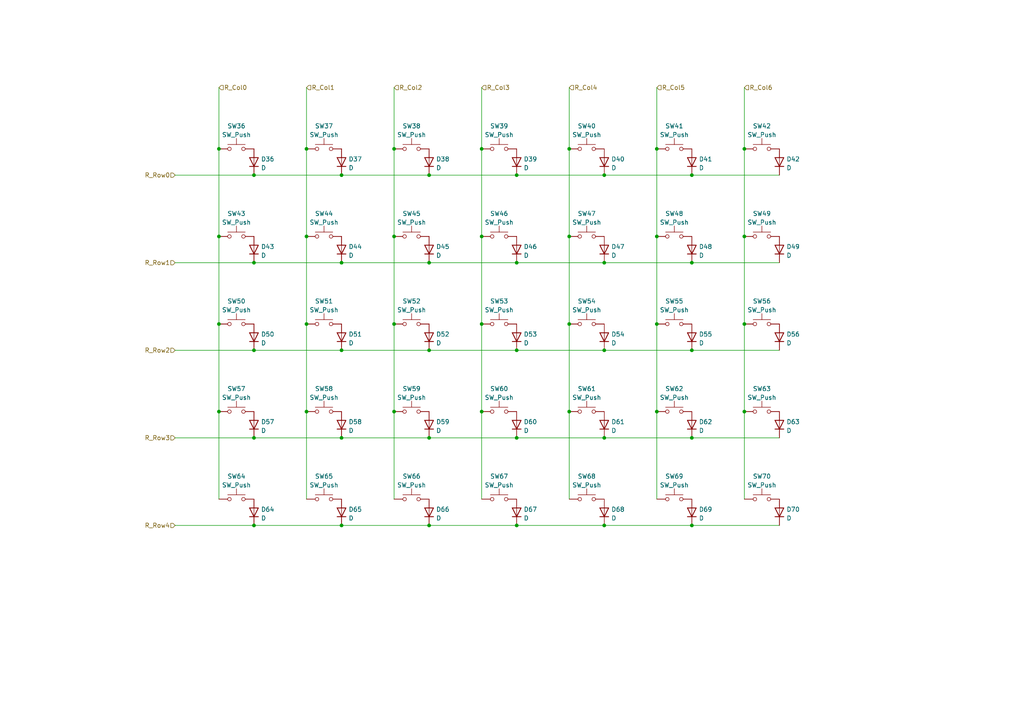
<source format=kicad_sch>
(kicad_sch (version 20211123) (generator eeschema)
  (paper "A4")
  (lib_symbols
    (symbol "Device:D" (pin_numbers hide) (pin_names (offset 1.016) hide)
      (property "Reference" "D" (at 0 2.54 0))
      (property "Value" "D" (at 0 -2.54 0))
      (symbol "D_0_1"
        (polyline (pts (xy -1.27 1.27) (xy -1.27 -1.27)) (stroke (width 0.254)))
        (polyline (pts (xy 1.27 0) (xy -1.27 0)))
        (polyline (pts (xy 1.27 1.27) (xy 1.27 -1.27) (xy -1.27 0) (xy 1.27 1.27)) (stroke (width 0.254)))
      )
      (symbol "D_1_1"
        (pin passive line (at -3.81 0 0) (length 2.54) (name "K") (number "1"))
        (pin passive line (at 3.81 0 180) (length 2.54) (name "A") (number "2"))
      )
    )
    (symbol "Switch:SW_Push" (pin_numbers hide) (pin_names (offset 1.016) hide)
      (property "Reference" "SW" (at 1.27 2.54 0))
      (property "Value" "SW_Push" (at 0 -1.524 0))
      (symbol "SW_Push_0_1"
        (circle (center -2.032 0) (radius 0.508))
        (polyline (pts (xy 0 1.27) (xy 0 3.048)))
        (polyline (pts (xy 2.54 1.27) (xy -2.54 1.27)))
        (circle (center 2.032 0) (radius 0.508))
        (pin passive line (at -5.08 0 0) (length 2.54) (name "1") (number "1"))
        (pin passive line (at 5.08 0 180) (length 2.54) (name "2") (number "2"))
      )
    )
  )
  (junction (at 165.1 93.98))
  (junction (at 200.66 101.6))
  (junction (at 88.9 119.38))
  (junction (at 215.9 43.18))
  (junction (at 99.06 152.4))
  (junction (at 124.46 76.2))
  (junction (at 139.7 68.58))
  (junction (at 88.9 93.98))
  (junction (at 73.66 50.8))
  (junction (at 165.1 43.18))
  (junction (at 114.3 43.18))
  (junction (at 190.5 93.98))
  (junction (at 149.86 76.2))
  (junction (at 114.3 119.38))
  (junction (at 124.46 50.8))
  (junction (at 200.66 127))
  (junction (at 149.86 152.4))
  (junction (at 190.5 43.18))
  (junction (at 165.1 119.38))
  (junction (at 149.86 127))
  (junction (at 139.7 119.38))
  (junction (at 99.06 101.6))
  (junction (at 139.7 93.98))
  (junction (at 215.9 93.98))
  (junction (at 200.66 76.2))
  (junction (at 149.86 50.8))
  (junction (at 88.9 68.58))
  (junction (at 139.7 43.18))
  (junction (at 114.3 93.98))
  (junction (at 99.06 127))
  (junction (at 200.66 50.8))
  (junction (at 73.66 127))
  (junction (at 215.9 68.58))
  (junction (at 149.86 101.6))
  (junction (at 63.5 119.38))
  (junction (at 124.46 127))
  (junction (at 73.66 101.6))
  (junction (at 99.06 76.2))
  (junction (at 190.5 68.58))
  (junction (at 175.26 152.4))
  (junction (at 200.66 152.4))
  (junction (at 99.06 50.8))
  (junction (at 124.46 101.6))
  (junction (at 63.5 43.18))
  (junction (at 124.46 152.4))
  (junction (at 175.26 76.2))
  (junction (at 175.26 127))
  (junction (at 73.66 76.2))
  (junction (at 175.26 50.8))
  (junction (at 114.3 68.58))
  (junction (at 175.26 101.6))
  (junction (at 63.5 68.58))
  (junction (at 63.5 93.98))
  (junction (at 190.5 119.38))
  (junction (at 215.9 119.38))
  (junction (at 165.1 68.58))
  (junction (at 88.9 43.18))
  (junction (at 73.66 152.4))
  (wire (pts (xy 88.9 25.4) (xy 88.9 43.18)))
  (wire (pts (xy 165.1 93.98) (xy 165.1 119.38)))
  (wire (pts (xy 63.5 43.18) (xy 63.5 68.58)))
  (wire (pts (xy 114.3 68.58) (xy 114.3 93.98)))
  (wire (pts (xy 215.9 68.58) (xy 215.9 93.98)))
  (wire (pts (xy 165.1 43.18) (xy 165.1 68.58)))
  (wire (pts (xy 114.3 25.4) (xy 114.3 43.18)))
  (wire (pts (xy 63.5 68.58) (xy 63.5 93.98)))
  (wire (pts (xy 165.1 25.4) (xy 165.1 43.18)))
  (wire (pts (xy 124.46 76.2) (xy 149.86 76.2)))
  (wire (pts (xy 215.9 25.4) (xy 215.9 43.18)))
  (wire (pts (xy 139.7 43.18) (xy 139.7 68.58)))
  (wire (pts (xy 88.9 43.18) (xy 88.9 68.58)))
  (wire (pts (xy 50.8 76.2) (xy 73.66 76.2)))
  (wire (pts (xy 50.8 50.8) (xy 73.66 50.8)))
  (wire (pts (xy 215.9 93.98) (xy 215.9 119.38)))
  (wire (pts (xy 124.46 127) (xy 149.86 127)))
  (wire (pts (xy 114.3 93.98) (xy 114.3 119.38)))
  (wire (pts (xy 99.06 152.4) (xy 124.46 152.4)))
  (wire (pts (xy 175.26 152.4) (xy 200.66 152.4)))
  (wire (pts (xy 99.06 50.8) (xy 124.46 50.8)))
  (wire (pts (xy 139.7 68.58) (xy 139.7 93.98)))
  (wire (pts (xy 99.06 76.2) (xy 124.46 76.2)))
  (wire (pts (xy 200.66 101.6) (xy 226.06 101.6)))
  (wire (pts (xy 149.86 127) (xy 175.26 127)))
  (wire (pts (xy 175.26 127) (xy 200.66 127)))
  (wire (pts (xy 88.9 119.38) (xy 88.9 144.78)))
  (wire (pts (xy 200.66 50.8) (xy 226.06 50.8)))
  (wire (pts (xy 139.7 25.4) (xy 139.7 43.18)))
  (wire (pts (xy 165.1 68.58) (xy 165.1 93.98)))
  (wire (pts (xy 200.66 127) (xy 226.06 127)))
  (wire (pts (xy 165.1 119.38) (xy 165.1 144.78)))
  (wire (pts (xy 175.26 76.2) (xy 200.66 76.2)))
  (wire (pts (xy 200.66 76.2) (xy 226.06 76.2)))
  (wire (pts (xy 149.86 76.2) (xy 175.26 76.2)))
  (wire (pts (xy 73.66 50.8) (xy 99.06 50.8)))
  (wire (pts (xy 124.46 101.6) (xy 149.86 101.6)))
  (wire (pts (xy 73.66 127) (xy 99.06 127)))
  (wire (pts (xy 190.5 119.38) (xy 190.5 144.78)))
  (wire (pts (xy 149.86 50.8) (xy 175.26 50.8)))
  (wire (pts (xy 190.5 68.58) (xy 190.5 93.98)))
  (wire (pts (xy 175.26 101.6) (xy 200.66 101.6)))
  (wire (pts (xy 63.5 25.4) (xy 63.5 43.18)))
  (wire (pts (xy 124.46 50.8) (xy 149.86 50.8)))
  (wire (pts (xy 73.66 152.4) (xy 99.06 152.4)))
  (wire (pts (xy 63.5 119.38) (xy 63.5 144.78)))
  (wire (pts (xy 139.7 119.38) (xy 139.7 144.78)))
  (wire (pts (xy 63.5 93.98) (xy 63.5 119.38)))
  (wire (pts (xy 190.5 25.4) (xy 190.5 43.18)))
  (wire (pts (xy 88.9 93.98) (xy 88.9 119.38)))
  (wire (pts (xy 114.3 119.38) (xy 114.3 144.78)))
  (wire (pts (xy 73.66 101.6) (xy 99.06 101.6)))
  (wire (pts (xy 50.8 152.4) (xy 73.66 152.4)))
  (wire (pts (xy 114.3 43.18) (xy 114.3 68.58)))
  (wire (pts (xy 99.06 127) (xy 124.46 127)))
  (wire (pts (xy 124.46 152.4) (xy 149.86 152.4)))
  (wire (pts (xy 149.86 152.4) (xy 175.26 152.4)))
  (wire (pts (xy 149.86 101.6) (xy 175.26 101.6)))
  (wire (pts (xy 200.66 152.4) (xy 226.06 152.4)))
  (wire (pts (xy 99.06 101.6) (xy 124.46 101.6)))
  (wire (pts (xy 175.26 50.8) (xy 200.66 50.8)))
  (wire (pts (xy 190.5 43.18) (xy 190.5 68.58)))
  (wire (pts (xy 50.8 127) (xy 73.66 127)))
  (wire (pts (xy 215.9 119.38) (xy 215.9 144.78)))
  (wire (pts (xy 73.66 76.2) (xy 99.06 76.2)))
  (wire (pts (xy 88.9 68.58) (xy 88.9 93.98)))
  (wire (pts (xy 50.8 101.6) (xy 73.66 101.6)))
  (wire (pts (xy 139.7 93.98) (xy 139.7 119.38)))
  (wire (pts (xy 190.5 93.98) (xy 190.5 119.38)))
  (wire (pts (xy 215.9 43.18) (xy 215.9 68.58)))
  (hierarchical_label "R_Col0" (shape input) (at 63.5 25.4 0))
  (hierarchical_label "R_Col1" (shape input) (at 88.9 25.4 0))
  (hierarchical_label "R_Row1" (shape input) (at 50.8 76.2 180))
  (hierarchical_label "R_Row3" (shape input) (at 50.8 127 180))
  (hierarchical_label "R_Row0" (shape input) (at 50.8 50.8 180))
  (hierarchical_label "R_Col5" (shape input) (at 190.5 25.4 0))
  (hierarchical_label "R_Row2" (shape input) (at 50.8 101.6 180))
  (hierarchical_label "R_Col6" (shape input) (at 215.9 25.4 0))
  (hierarchical_label "R_Col4" (shape input) (at 165.1 25.4 0))
  (hierarchical_label "R_Col3" (shape input) (at 139.7 25.4 0))
  (hierarchical_label "R_Row4" (shape input) (at 50.8 152.4 180))
  (hierarchical_label "R_Col2" (shape input) (at 114.3 25.4 0))
  (symbol (lib_id "Switch:SW_Push") (at 119.38 93.98 0) (unit 1)
    (property "Reference" "SW52" (at 119.38 87.3592 0))
    (property "Value" "SW_Push" (at 119.38 89.8961 0))
    (property "Footprint" "footprint:CherryMX_Hotswap" (effects hide))
  )
  (symbol (lib_id "Device:D") (at 226.06 97.79 90) (unit 1)
    (property "Reference" "D56" (at 228.092 96.9553 90) (effects (justify right)))
    (property "Value" "D" (at 228.092 99.4922 90) (effects (justify right)))
    (property "Footprint" "footprint:D3_TH_SMD_orig" (effects hide))
  )
  (symbol (lib_id "Switch:SW_Push") (at 68.58 119.38 0) (unit 1)
    (property "Reference" "SW57" (at 68.58 112.7592 0))
    (property "Value" "SW_Push" (at 68.58 115.2961 0))
    (property "Footprint" "footprint:CherryMX_Hotswap" (effects hide))
  )
  (symbol (lib_id "Switch:SW_Push") (at 170.18 119.38 0) (unit 1)
    (property "Reference" "SW61" (at 170.18 112.7592 0))
    (property "Value" "SW_Push" (at 170.18 115.2961 0))
    (property "Footprint" "footprint:CherryMX_Hotswap" (effects hide))
  )
  (symbol (lib_id "Switch:SW_Push") (at 93.98 43.18 0) (unit 1)
    (property "Reference" "SW37" (at 93.98 36.5592 0))
    (property "Value" "SW_Push" (at 93.98 39.0961 0))
    (property "Footprint" "footprint:CherryMX_Hotswap" (effects hide))
  )
  (symbol (lib_id "Switch:SW_Push") (at 144.78 119.38 0) (unit 1)
    (property "Reference" "SW60" (at 144.78 112.7592 0))
    (property "Value" "SW_Push" (at 144.78 115.2961 0))
    (property "Footprint" "footprint:CherryMX_Hotswap" (effects hide))
  )
  (symbol (lib_id "Switch:SW_Push") (at 93.98 144.78 0) (unit 1)
    (property "Reference" "SW65" (at 93.98 138.1592 0))
    (property "Value" "SW_Push" (at 93.98 140.6961 0))
    (property "Footprint" "footprint:CherryMX_Hotswap" (effects hide))
  )
  (symbol (lib_id "Switch:SW_Push") (at 170.18 144.78 0) (unit 1)
    (property "Reference" "SW68" (at 170.18 138.1592 0))
    (property "Value" "SW_Push" (at 170.18 140.6961 0))
    (property "Footprint" "footprint:CherryMX_Hotswap" (effects hide))
  )
  (symbol (lib_id "Device:D") (at 99.06 123.19 90) (unit 1)
    (property "Reference" "D58" (at 101.092 122.3553 90) (effects (justify right)))
    (property "Value" "D" (at 101.092 124.8922 90) (effects (justify right)))
    (property "Footprint" "footprint:D3_TH_SMD_orig" (effects hide))
  )
  (symbol (lib_id "Switch:SW_Push") (at 93.98 93.98 0) (unit 1)
    (property "Reference" "SW51" (at 93.98 87.3592 0))
    (property "Value" "SW_Push" (at 93.98 89.8961 0))
    (property "Footprint" "footprint:CherryMX_Hotswap" (effects hide))
  )
  (symbol (lib_id "Switch:SW_Push") (at 119.38 144.78 0) (unit 1)
    (property "Reference" "SW66" (at 119.38 138.1592 0))
    (property "Value" "SW_Push" (at 119.38 140.6961 0))
    (property "Footprint" "footprint:CherryMX_Hotswap" (effects hide))
  )
  (symbol (lib_id "Device:D") (at 226.06 123.19 90) (unit 1)
    (property "Reference" "D63" (at 228.092 122.3553 90) (effects (justify right)))
    (property "Value" "D" (at 228.092 124.8922 90) (effects (justify right)))
    (property "Footprint" "footprint:D3_TH_SMD_orig" (effects hide))
  )
  (symbol (lib_id "Device:D") (at 149.86 97.79 90) (unit 1)
    (property "Reference" "D53" (at 151.892 96.9553 90) (effects (justify right)))
    (property "Value" "D" (at 151.892 99.4922 90) (effects (justify right)))
    (property "Footprint" "footprint:D3_TH_SMD_orig" (effects hide))
  )
  (symbol (lib_id "Device:D") (at 200.66 46.99 90) (unit 1)
    (property "Reference" "D41" (at 202.692 46.1553 90) (effects (justify right)))
    (property "Value" "D" (at 202.692 48.6922 90) (effects (justify right)))
    (property "Footprint" "footprint:D3_TH_SMD_orig" (effects hide))
  )
  (symbol (lib_id "Device:D") (at 73.66 72.39 90) (unit 1)
    (property "Reference" "D43" (at 75.692 71.5553 90) (effects (justify right)))
    (property "Value" "D" (at 75.692 74.0922 90) (effects (justify right)))
    (property "Footprint" "footprint:D3_TH_SMD_orig" (effects hide))
  )
  (symbol (lib_id "Device:D") (at 73.66 148.59 90) (unit 1)
    (property "Reference" "D64" (at 75.692 147.7553 90) (effects (justify right)))
    (property "Value" "D" (at 75.692 150.2922 90) (effects (justify right)))
    (property "Footprint" "footprint:D3_TH_SMD_orig" (effects hide))
  )
  (symbol (lib_id "Device:D") (at 99.06 72.39 90) (unit 1)
    (property "Reference" "D44" (at 101.092 71.5553 90) (effects (justify right)))
    (property "Value" "D" (at 101.092 74.0922 90) (effects (justify right)))
    (property "Footprint" "footprint:D3_TH_SMD_orig" (effects hide))
  )
  (symbol (lib_id "Switch:SW_Push") (at 220.98 43.18 0) (unit 1)
    (property "Reference" "SW42" (at 220.98 36.5592 0))
    (property "Value" "SW_Push" (at 220.98 39.0961 0))
    (property "Footprint" "footprint:CherryMX_Hotswap" (effects hide))
  )
  (symbol (lib_id "Device:D") (at 175.26 148.59 90) (unit 1)
    (property "Reference" "D68" (at 177.292 147.7553 90) (effects (justify right)))
    (property "Value" "D" (at 177.292 150.2922 90) (effects (justify right)))
    (property "Footprint" "footprint:D3_TH_SMD_orig" (effects hide))
  )
  (symbol (lib_id "Switch:SW_Push") (at 220.98 144.78 0) (unit 1)
    (property "Reference" "SW70" (at 220.98 138.1592 0))
    (property "Value" "SW_Push" (at 220.98 140.6961 0))
    (property "Footprint" "footprint:CherryMX_Hotswap" (effects hide))
  )
  (symbol (lib_id "Switch:SW_Push") (at 68.58 43.18 0) (unit 1)
    (property "Reference" "SW36" (at 68.58 36.5592 0))
    (property "Value" "SW_Push" (at 68.58 39.0961 0))
    (property "Footprint" "footprint:CherryMX_Hotswap" (effects hide))
  )
  (symbol (lib_id "Switch:SW_Push") (at 170.18 93.98 0) (unit 1)
    (property "Reference" "SW54" (at 170.18 87.3592 0))
    (property "Value" "SW_Push" (at 170.18 89.8961 0))
    (property "Footprint" "footprint:CherryMX_Hotswap" (effects hide))
  )
  (symbol (lib_id "Switch:SW_Push") (at 144.78 144.78 0) (unit 1)
    (property "Reference" "SW67" (at 144.78 138.1592 0))
    (property "Value" "SW_Push" (at 144.78 140.6961 0))
    (property "Footprint" "footprint:CherryMX_Hotswap" (effects hide))
  )
  (symbol (lib_id "Device:D") (at 226.06 148.59 90) (unit 1)
    (property "Reference" "D70" (at 228.092 147.7553 90) (effects (justify right)))
    (property "Value" "D" (at 228.092 150.2922 90) (effects (justify right)))
    (property "Footprint" "footprint:D3_TH_SMD_orig" (effects hide))
  )
  (symbol (lib_id "Device:D") (at 149.86 148.59 90) (unit 1)
    (property "Reference" "D67" (at 151.892 147.7553 90) (effects (justify right)))
    (property "Value" "D" (at 151.892 150.2922 90) (effects (justify right)))
    (property "Footprint" "footprint:D3_TH_SMD_orig" (effects hide))
  )
  (symbol (lib_id "Switch:SW_Push") (at 220.98 68.58 0) (unit 1)
    (property "Reference" "SW49" (at 220.98 61.9592 0))
    (property "Value" "SW_Push" (at 220.98 64.4961 0))
    (property "Footprint" "footprint:CherryMX_Hotswap" (effects hide))
  )
  (symbol (lib_id "Device:D") (at 149.86 72.39 90) (unit 1)
    (property "Reference" "D46" (at 151.892 71.5553 90) (effects (justify right)))
    (property "Value" "D" (at 151.892 74.0922 90) (effects (justify right)))
    (property "Footprint" "footprint:D3_TH_SMD_orig" (effects hide))
  )
  (symbol (lib_id "Device:D") (at 99.06 148.59 90) (unit 1)
    (property "Reference" "D65" (at 101.092 147.7553 90) (effects (justify right)))
    (property "Value" "D" (at 101.092 150.2922 90) (effects (justify right)))
    (property "Footprint" "footprint:D3_TH_SMD_orig" (effects hide))
  )
  (symbol (lib_id "Device:D") (at 73.66 123.19 90) (unit 1)
    (property "Reference" "D57" (at 75.692 122.3553 90) (effects (justify right)))
    (property "Value" "D" (at 75.692 124.8922 90) (effects (justify right)))
    (property "Footprint" "footprint:D3_TH_SMD_orig" (effects hide))
  )
  (symbol (lib_id "Switch:SW_Push") (at 170.18 43.18 0) (unit 1)
    (property "Reference" "SW40" (at 170.18 36.5592 0))
    (property "Value" "SW_Push" (at 170.18 39.0961 0))
    (property "Footprint" "footprint:CherryMX_Hotswap" (effects hide))
  )
  (symbol (lib_id "Switch:SW_Push") (at 195.58 93.98 0) (unit 1)
    (property "Reference" "SW55" (at 195.58 87.3592 0))
    (property "Value" "SW_Push" (at 195.58 89.8961 0))
    (property "Footprint" "footprint:CherryMX_Hotswap" (effects hide))
  )
  (symbol (lib_id "Device:D") (at 124.46 72.39 90) (unit 1)
    (property "Reference" "D45" (at 126.492 71.5553 90) (effects (justify right)))
    (property "Value" "D" (at 126.492 74.0922 90) (effects (justify right)))
    (property "Footprint" "footprint:D3_TH_SMD_orig" (effects hide))
  )
  (symbol (lib_id "Switch:SW_Push") (at 220.98 93.98 0) (unit 1)
    (property "Reference" "SW56" (at 220.98 87.3592 0))
    (property "Value" "SW_Push" (at 220.98 89.8961 0))
    (property "Footprint" "footprint:CherryMX_Hotswap" (effects hide))
  )
  (symbol (lib_id "Switch:SW_Push") (at 195.58 144.78 0) (unit 1)
    (property "Reference" "SW69" (at 195.58 138.1592 0))
    (property "Value" "SW_Push" (at 195.58 140.6961 0))
    (property "Footprint" "footprint:CherryMX_Hotswap" (effects hide))
  )
  (symbol (lib_id "Switch:SW_Push") (at 144.78 93.98 0) (unit 1)
    (property "Reference" "SW53" (at 144.78 87.3592 0))
    (property "Value" "SW_Push" (at 144.78 89.8961 0))
    (property "Footprint" "footprint:CherryMX_Hotswap" (effects hide))
  )
  (symbol (lib_id "Switch:SW_Push") (at 119.38 68.58 0) (unit 1)
    (property "Reference" "SW45" (at 119.38 61.9592 0))
    (property "Value" "SW_Push" (at 119.38 64.4961 0))
    (property "Footprint" "footprint:CherryMX_Hotswap" (effects hide))
  )
  (symbol (lib_id "Device:D") (at 226.06 46.99 90) (unit 1)
    (property "Reference" "D42" (at 228.092 46.1553 90) (effects (justify right)))
    (property "Value" "D" (at 228.092 48.6922 90) (effects (justify right)))
    (property "Footprint" "footprint:D3_TH_SMD_orig" (effects hide))
  )
  (symbol (lib_id "Device:D") (at 175.26 72.39 90) (unit 1)
    (property "Reference" "D47" (at 177.292 71.5553 90) (effects (justify right)))
    (property "Value" "D" (at 177.292 74.0922 90) (effects (justify right)))
    (property "Footprint" "footprint:D3_TH_SMD_orig" (effects hide))
  )
  (symbol (lib_id "Device:D") (at 175.26 46.99 90) (unit 1)
    (property "Reference" "D40" (at 177.292 46.1553 90) (effects (justify right)))
    (property "Value" "D" (at 177.292 48.6922 90) (effects (justify right)))
    (property "Footprint" "footprint:D3_TH_SMD_orig" (effects hide))
  )
  (symbol (lib_id "Switch:SW_Push") (at 68.58 93.98 0) (unit 1)
    (property "Reference" "SW50" (at 68.58 87.3592 0))
    (property "Value" "SW_Push" (at 68.58 89.8961 0))
    (property "Footprint" "footprint:CherryMX_Hotswap" (effects hide))
  )
  (symbol (lib_id "Device:D") (at 149.86 123.19 90) (unit 1)
    (property "Reference" "D60" (at 151.892 122.3553 90) (effects (justify right)))
    (property "Value" "D" (at 151.892 124.8922 90) (effects (justify right)))
    (property "Footprint" "footprint:D3_TH_SMD_orig" (effects hide))
  )
  (symbol (lib_id "Device:D") (at 124.46 46.99 90) (unit 1)
    (property "Reference" "D38" (at 126.492 46.1553 90) (effects (justify right)))
    (property "Value" "D" (at 126.492 48.6922 90) (effects (justify right)))
    (property "Footprint" "footprint:D3_TH_SMD_orig" (effects hide))
  )
  (symbol (lib_id "Device:D") (at 124.46 97.79 90) (unit 1)
    (property "Reference" "D52" (at 126.492 96.9553 90) (effects (justify right)))
    (property "Value" "D" (at 126.492 99.4922 90) (effects (justify right)))
    (property "Footprint" "footprint:D3_TH_SMD_orig" (effects hide))
  )
  (symbol (lib_id "Device:D") (at 200.66 123.19 90) (unit 1)
    (property "Reference" "D62" (at 202.692 122.3553 90) (effects (justify right)))
    (property "Value" "D" (at 202.692 124.8922 90) (effects (justify right)))
    (property "Footprint" "footprint:D3_TH_SMD_orig" (effects hide))
  )
  (symbol (lib_id "Switch:SW_Push") (at 195.58 119.38 0) (unit 1)
    (property "Reference" "SW62" (at 195.58 112.7592 0))
    (property "Value" "SW_Push" (at 195.58 115.2961 0))
    (property "Footprint" "footprint:CherryMX_Hotswap" (effects hide))
  )
  (symbol (lib_id "Device:D") (at 99.06 97.79 90) (unit 1)
    (property "Reference" "D51" (at 101.092 96.9553 90) (effects (justify right)))
    (property "Value" "D" (at 101.092 99.4922 90) (effects (justify right)))
    (property "Footprint" "footprint:D3_TH_SMD_orig" (effects hide))
  )
  (symbol (lib_id "Switch:SW_Push") (at 68.58 144.78 0) (unit 1)
    (property "Reference" "SW64" (at 68.58 138.1592 0))
    (property "Value" "SW_Push" (at 68.58 140.6961 0))
    (property "Footprint" "footprint:CherryMX_Hotswap" (effects hide))
  )
  (symbol (lib_id "Device:D") (at 200.66 148.59 90) (unit 1)
    (property "Reference" "D69" (at 202.692 147.7553 90) (effects (justify right)))
    (property "Value" "D" (at 202.692 150.2922 90) (effects (justify right)))
    (property "Footprint" "footprint:D3_TH_SMD_orig" (effects hide))
  )
  (symbol (lib_id "Device:D") (at 73.66 97.79 90) (unit 1)
    (property "Reference" "D50" (at 75.692 96.9553 90) (effects (justify right)))
    (property "Value" "D" (at 75.692 99.4922 90) (effects (justify right)))
    (property "Footprint" "footprint:D3_TH_SMD_orig" (effects hide))
  )
  (symbol (lib_id "Device:D") (at 175.26 97.79 90) (unit 1)
    (property "Reference" "D54" (at 177.292 96.9553 90) (effects (justify right)))
    (property "Value" "D" (at 177.292 99.4922 90) (effects (justify right)))
    (property "Footprint" "footprint:D3_TH_SMD_orig" (effects hide))
  )
  (symbol (lib_id "Switch:SW_Push") (at 144.78 68.58 0) (unit 1)
    (property "Reference" "SW46" (at 144.78 61.9592 0))
    (property "Value" "SW_Push" (at 144.78 64.4961 0))
    (property "Footprint" "footprint:CherryMX_Hotswap" (effects hide))
  )
  (symbol (lib_id "Device:D") (at 226.06 72.39 90) (unit 1)
    (property "Reference" "D49" (at 228.092 71.5553 90) (effects (justify right)))
    (property "Value" "D" (at 228.092 74.0922 90) (effects (justify right)))
    (property "Footprint" "footprint:D3_TH_SMD_orig" (effects hide))
  )
  (symbol (lib_id "Switch:SW_Push") (at 170.18 68.58 0) (unit 1)
    (property "Reference" "SW47" (at 170.18 61.9592 0))
    (property "Value" "SW_Push" (at 170.18 64.4961 0))
    (property "Footprint" "footprint:CherryMX_Hotswap" (effects hide))
  )
  (symbol (lib_id "Switch:SW_Push") (at 220.98 119.38 0) (unit 1)
    (property "Reference" "SW63" (at 220.98 112.7592 0))
    (property "Value" "SW_Push" (at 220.98 115.2961 0))
    (property "Footprint" "footprint:CherryMX_Hotswap" (effects hide))
  )
  (symbol (lib_id "Device:D") (at 200.66 97.79 90) (unit 1)
    (property "Reference" "D55" (at 202.692 96.9553 90) (effects (justify right)))
    (property "Value" "D" (at 202.692 99.4922 90) (effects (justify right)))
    (property "Footprint" "footprint:D3_TH_SMD_orig" (effects hide))
  )
  (symbol (lib_id "Switch:SW_Push") (at 119.38 119.38 0) (unit 1)
    (property "Reference" "SW59" (at 119.38 112.7592 0))
    (property "Value" "SW_Push" (at 119.38 115.2961 0))
    (property "Footprint" "footprint:CherryMX_Hotswap" (effects hide))
  )
  (symbol (lib_id "Switch:SW_Push") (at 195.58 43.18 0) (unit 1)
    (property "Reference" "SW41" (at 195.58 36.5592 0))
    (property "Value" "SW_Push" (at 195.58 39.0961 0))
    (property "Footprint" "footprint:CherryMX_Hotswap" (effects hide))
  )
  (symbol (lib_id "Switch:SW_Push") (at 119.38 43.18 0) (unit 1)
    (property "Reference" "SW38" (at 119.38 36.5592 0))
    (property "Value" "SW_Push" (at 119.38 39.0961 0))
    (property "Footprint" "footprint:CherryMX_Hotswap" (effects hide))
  )
  (symbol (lib_id "Switch:SW_Push") (at 144.78 43.18 0) (unit 1)
    (property "Reference" "SW39" (at 144.78 36.5592 0))
    (property "Value" "SW_Push" (at 144.78 39.0961 0))
    (property "Footprint" "footprint:CherryMX_Hotswap" (effects hide))
  )
  (symbol (lib_id "Device:D") (at 200.66 72.39 90) (unit 1)
    (property "Reference" "D48" (at 202.692 71.5553 90) (effects (justify right)))
    (property "Value" "D" (at 202.692 74.0922 90) (effects (justify right)))
    (property "Footprint" "footprint:D3_TH_SMD_orig" (effects hide))
  )
  (symbol (lib_id "Device:D") (at 175.26 123.19 90) (unit 1)
    (property "Reference" "D61" (at 177.292 122.3553 90) (effects (justify right)))
    (property "Value" "D" (at 177.292 124.8922 90) (effects (justify right)))
    (property "Footprint" "footprint:D3_TH_SMD_orig" (effects hide))
  )
  (symbol (lib_id "Switch:SW_Push") (at 68.58 68.58 0) (unit 1)
    (property "Reference" "SW43" (at 68.58 61.9592 0))
    (property "Value" "SW_Push" (at 68.58 64.4961 0))
    (property "Footprint" "footprint:CherryMX_Hotswap" (effects hide))
  )
  (symbol (lib_id "Device:D") (at 99.06 46.99 90) (unit 1)
    (property "Reference" "D37" (at 101.092 46.1553 90) (effects (justify right)))
    (property "Value" "D" (at 101.092 48.6922 90) (effects (justify right)))
    (property "Footprint" "footprint:D3_TH_SMD_orig" (effects hide))
  )
  (symbol (lib_id "Switch:SW_Push") (at 195.58 68.58 0) (unit 1)
    (property "Reference" "SW48" (at 195.58 61.9592 0))
    (property "Value" "SW_Push" (at 195.58 64.4961 0))
    (property "Footprint" "footprint:CherryMX_Hotswap" (effects hide))
  )
  (symbol (lib_id "Device:D") (at 124.46 148.59 90) (unit 1)
    (property "Reference" "D66" (at 126.492 147.7553 90) (effects (justify right)))
    (property "Value" "D" (at 126.492 150.2922 90) (effects (justify right)))
    (property "Footprint" "footprint:D3_TH_SMD_orig" (effects hide))
  )
  (symbol (lib_id "Switch:SW_Push") (at 93.98 119.38 0) (unit 1)
    (property "Reference" "SW58" (at 93.98 112.7592 0))
    (property "Value" "SW_Push" (at 93.98 115.2961 0))
    (property "Footprint" "footprint:CherryMX_Hotswap" (effects hide))
  )
  (symbol (lib_id "Device:D") (at 73.66 46.99 90) (unit 1)
    (property "Reference" "D36" (at 75.692 46.1553 90) (effects (justify right)))
    (property "Value" "D" (at 75.692 48.6922 90) (effects (justify right)))
    (property "Footprint" "footprint:D3_TH_SMD_orig" (effects hide))
  )
  (symbol (lib_id "Device:D") (at 149.86 46.99 90) (unit 1)
    (property "Reference" "D39" (at 151.892 46.1553 90) (effects (justify right)))
    (property "Value" "D" (at 151.892 48.6922 90) (effects (justify right)))
    (property "Footprint" "footprint:D3_TH_SMD_orig" (effects hide))
  )
  (symbol (lib_id "Switch:SW_Push") (at 93.98 68.58 0) (unit 1)
    (property "Reference" "SW44" (at 93.98 61.9592 0))
    (property "Value" "SW_Push" (at 93.98 64.4961 0))
    (property "Footprint" "footprint:CherryMX_Hotswap" (effects hide))
  )
  (symbol (lib_id "Device:D") (at 124.46 123.19 90) (unit 1)
    (property "Reference" "D59" (at 126.492 122.3553 90) (effects (justify right)))
    (property "Value" "D" (at 126.492 124.8922 90) (effects (justify right)))
    (property "Footprint" "footprint:D3_TH_SMD_orig" (effects hide))
  )
)
</source>
